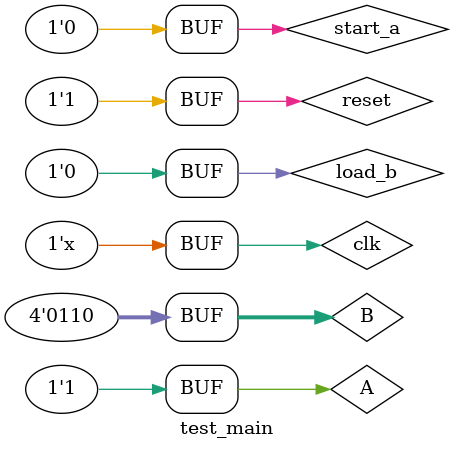
<source format=v>
`timescale 1ns / 1ps


module test_main;

	// Inputs
	reg clk;
	reg reset;
	reg start_a;
	reg A;
	reg load_b;
	reg [3:0] B;

	// Outputs
	wire c;
	wire start_c;

	// Instantiate the Unit Under Test (UUT)
	main uut (
		.clk(clk), 
		.reset(reset), 
		.start_a(start_a), 
		.A(A), 
		.load_b(load_b), 
		.B(B), 
		.c(c), 
		.start_c(start_c)
	);

	initial begin
		// Initialize Inputs
		
		clk = 0;
		reset = 0;
		start_a = 1;
		A = 1;
		load_b = 1;
		B = 4'b0110;

		#50;
		load_b = 0;

		#100;
		#5;
        
		  
		A = 0;
		#50;
		
		A = 0;
		#50;
		
		
		A = 1;
		#50;
		
		start_a = 0;
		
		#233
		reset = 1;
		
		

	end
	
	
	
	always #25 clk = ~clk;
      
endmodule


</source>
